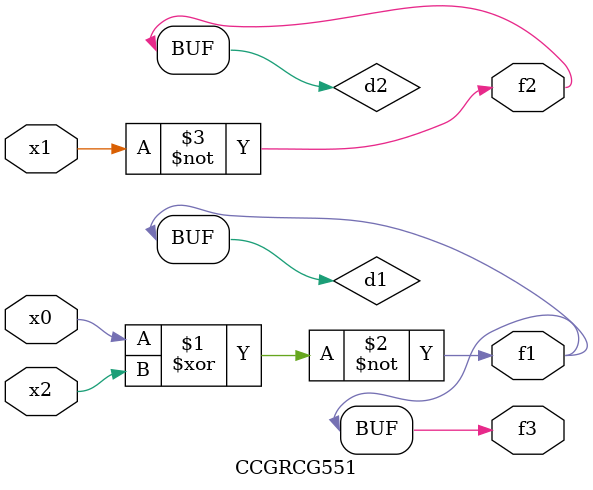
<source format=v>
module CCGRCG551(
	input x0, x1, x2,
	output f1, f2, f3
);

	wire d1, d2, d3;

	xnor (d1, x0, x2);
	nand (d2, x1);
	nor (d3, x1, x2);
	assign f1 = d1;
	assign f2 = d2;
	assign f3 = d1;
endmodule

</source>
